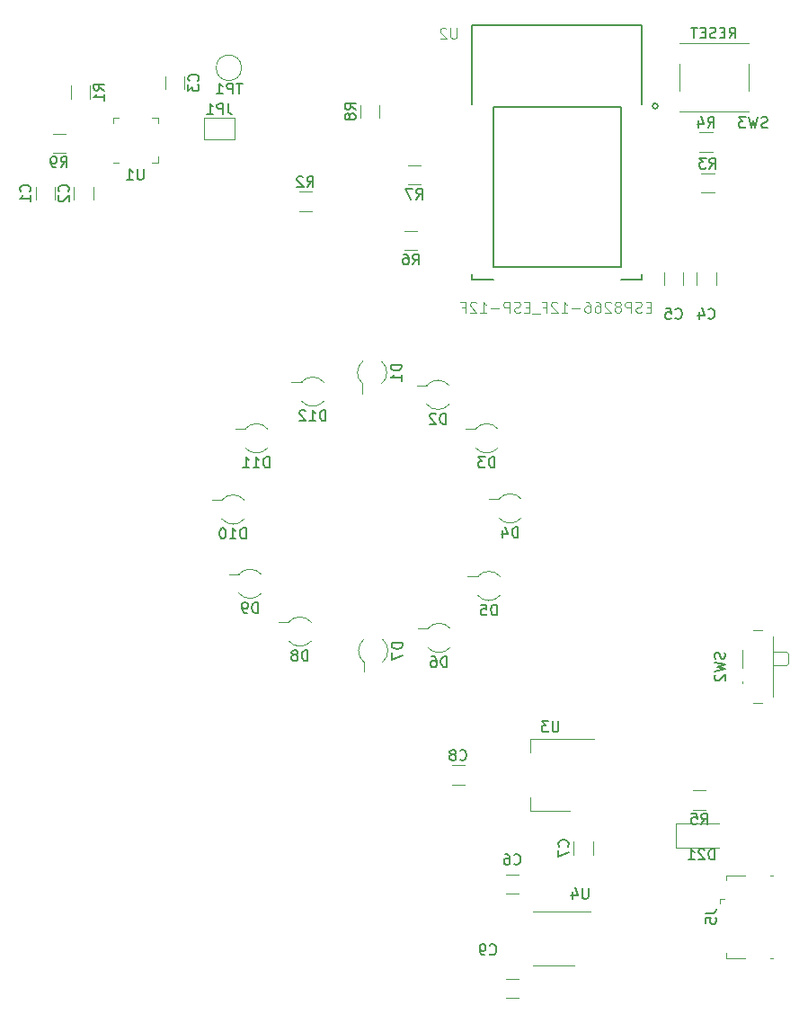
<source format=gbr>
G04 #@! TF.GenerationSoftware,KiCad,Pcbnew,(5.1.4)-1*
G04 #@! TF.CreationDate,2020-06-27T18:01:36-05:00*
G04 #@! TF.ProjectId,8266-dev,38323636-2d64-4657-962e-6b696361645f,rev?*
G04 #@! TF.SameCoordinates,Original*
G04 #@! TF.FileFunction,Legend,Bot*
G04 #@! TF.FilePolarity,Positive*
%FSLAX46Y46*%
G04 Gerber Fmt 4.6, Leading zero omitted, Abs format (unit mm)*
G04 Created by KiCad (PCBNEW (5.1.4)-1) date 2020-06-27 18:01:36*
%MOMM*%
%LPD*%
G04 APERTURE LIST*
%ADD10C,0.120000*%
%ADD11C,0.127000*%
%ADD12C,0.150000*%
%ADD13C,0.050000*%
G04 APERTURE END LIST*
D10*
X126031342Y-82477765D02*
G75*
G03X128150000Y-82500000I1068658J877765D01*
G01*
X128168658Y-80722235D02*
G75*
G03X126050000Y-80700000I-1068658J-877765D01*
G01*
X125100000Y-80700000D02*
X126050000Y-80700000D01*
X133577765Y-80868658D02*
G75*
G03X133600000Y-78750000I-877765J1068658D01*
G01*
X131822235Y-78731342D02*
G75*
G03X131800000Y-80850000I877765J-1068658D01*
G01*
X131800000Y-81800000D02*
X131800000Y-80850000D01*
X137831342Y-82777765D02*
G75*
G03X139950000Y-82800000I1068658J877765D01*
G01*
X139968658Y-81022235D02*
G75*
G03X137850000Y-81000000I-1068658J-877765D01*
G01*
X136900000Y-81000000D02*
X137850000Y-81000000D01*
X142431342Y-86877765D02*
G75*
G03X144550000Y-86900000I1068658J877765D01*
G01*
X144568658Y-85122235D02*
G75*
G03X142450000Y-85100000I-1068658J-877765D01*
G01*
X141500000Y-85100000D02*
X142450000Y-85100000D01*
X144631342Y-93477765D02*
G75*
G03X146750000Y-93500000I1068658J877765D01*
G01*
X146768658Y-91722235D02*
G75*
G03X144650000Y-91700000I-1068658J-877765D01*
G01*
X143700000Y-91700000D02*
X144650000Y-91700000D01*
X142631342Y-100777765D02*
G75*
G03X144750000Y-100800000I1068658J877765D01*
G01*
X144768658Y-99022235D02*
G75*
G03X142650000Y-99000000I-1068658J-877765D01*
G01*
X141700000Y-99000000D02*
X142650000Y-99000000D01*
X137931342Y-105677765D02*
G75*
G03X140050000Y-105700000I1068658J877765D01*
G01*
X140068658Y-103922235D02*
G75*
G03X137950000Y-103900000I-1068658J-877765D01*
G01*
X137000000Y-103900000D02*
X137950000Y-103900000D01*
X133677765Y-107068658D02*
G75*
G03X133700000Y-104950000I-877765J1068658D01*
G01*
X131922235Y-104931342D02*
G75*
G03X131900000Y-107050000I877765J-1068658D01*
G01*
X131900000Y-108000000D02*
X131900000Y-107050000D01*
X124831342Y-105077765D02*
G75*
G03X126950000Y-105100000I1068658J877765D01*
G01*
X126968658Y-103322235D02*
G75*
G03X124850000Y-103300000I-1068658J-877765D01*
G01*
X123900000Y-103300000D02*
X124850000Y-103300000D01*
X120131342Y-100577765D02*
G75*
G03X122250000Y-100600000I1068658J877765D01*
G01*
X122268658Y-98822235D02*
G75*
G03X120150000Y-98800000I-1068658J-877765D01*
G01*
X119200000Y-98800000D02*
X120150000Y-98800000D01*
X118531342Y-93577765D02*
G75*
G03X120650000Y-93600000I1068658J877765D01*
G01*
X120668658Y-91822235D02*
G75*
G03X118550000Y-91800000I-1068658J-877765D01*
G01*
X117600000Y-91800000D02*
X118550000Y-91800000D01*
X120731342Y-86877765D02*
G75*
G03X122850000Y-86900000I1068658J877765D01*
G01*
X122868658Y-85122235D02*
G75*
G03X120750000Y-85100000I-1068658J-877765D01*
G01*
X119800000Y-85100000D02*
X120750000Y-85100000D01*
D11*
X159613220Y-54696580D02*
G75*
G03X159613220Y-54696580I-250000J0D01*
G01*
X142113220Y-71071580D02*
X144113220Y-71071580D01*
X142113220Y-70571580D02*
X142113220Y-71071580D01*
X158113220Y-71071580D02*
X156113220Y-71071580D01*
X158113220Y-70571580D02*
X158113220Y-71071580D01*
X142113220Y-47071580D02*
X142113220Y-54571580D01*
X158113220Y-47071580D02*
X142113220Y-47071580D01*
X158113220Y-54571580D02*
X158113220Y-47071580D01*
X156113220Y-69831580D02*
X156113220Y-54831580D01*
X144113220Y-69831580D02*
X156113220Y-69831580D01*
X144113220Y-54831580D02*
X144113220Y-69831580D01*
X156113220Y-54831580D02*
X144113220Y-54831580D01*
D10*
X104290000Y-54002064D02*
X104290000Y-52797936D01*
X106110000Y-54002064D02*
X106110000Y-52797936D01*
X119700000Y-55800000D02*
X116900000Y-55800000D01*
X116900000Y-55800000D02*
X116900000Y-57800000D01*
X116900000Y-57800000D02*
X119700000Y-57800000D01*
X119700000Y-57800000D02*
X119700000Y-55800000D01*
X136097936Y-60290000D02*
X137302064Y-60290000D01*
X136097936Y-62110000D02*
X137302064Y-62110000D01*
X133410000Y-54597936D02*
X133410000Y-55802064D01*
X131590000Y-54597936D02*
X131590000Y-55802064D01*
X102597936Y-57290000D02*
X103802064Y-57290000D01*
X102597936Y-59110000D02*
X103802064Y-59110000D01*
X102810000Y-62297936D02*
X102810000Y-63502064D01*
X100990000Y-62297936D02*
X100990000Y-63502064D01*
X106410000Y-62297936D02*
X106410000Y-63502064D01*
X104590000Y-62297936D02*
X104590000Y-63502064D01*
X169420000Y-110950000D02*
X168630000Y-110950000D01*
X168630000Y-104050000D02*
X169420000Y-104050000D01*
X167580000Y-105900000D02*
X167580000Y-107600000D01*
X170430000Y-104650000D02*
X170430000Y-110350000D01*
X171720000Y-107400000D02*
X170430000Y-107400000D01*
X171930000Y-106300000D02*
X171930000Y-107200000D01*
X170430000Y-106100000D02*
X171720000Y-106100000D01*
X171720000Y-107400000D02*
X171930000Y-107200000D01*
X171720000Y-106100000D02*
X171930000Y-106300000D01*
X167580000Y-108900000D02*
X167580000Y-109100000D01*
X120400000Y-51100000D02*
G75*
G03X120400000Y-51100000I-1200000J0D01*
G01*
X108840000Y-60010000D02*
X108290000Y-60010000D01*
X112510000Y-55790000D02*
X112510000Y-56340000D01*
X111960000Y-55790000D02*
X112510000Y-55790000D01*
X108290000Y-55790000D02*
X108290000Y-56340000D01*
X108840000Y-55790000D02*
X108290000Y-55790000D01*
X112510000Y-60010000D02*
X112510000Y-59460000D01*
X111960000Y-60010000D02*
X112510000Y-60010000D01*
X113190000Y-53102064D02*
X113190000Y-51897936D01*
X115010000Y-53102064D02*
X115010000Y-51897936D01*
X161670000Y-48770000D02*
X168130000Y-48770000D01*
X161670000Y-53300000D02*
X161670000Y-50700000D01*
X161670000Y-55230000D02*
X168130000Y-55230000D01*
X168130000Y-53300000D02*
X168130000Y-50700000D01*
X161670000Y-55200000D02*
X161670000Y-55230000D01*
X161670000Y-48770000D02*
X161670000Y-48800000D01*
X168130000Y-48770000D02*
X168130000Y-48800000D01*
X168130000Y-55230000D02*
X168130000Y-55200000D01*
X146502064Y-136890000D02*
X145297936Y-136890000D01*
X146502064Y-138710000D02*
X145297936Y-138710000D01*
X163290000Y-70331656D02*
X163290000Y-71535784D01*
X165110000Y-70331656D02*
X165110000Y-71535784D01*
X164755304Y-57178180D02*
X163551176Y-57178180D01*
X164755304Y-58998180D02*
X163551176Y-58998180D01*
X164922944Y-62871680D02*
X163718816Y-62871680D01*
X164922944Y-61051680D02*
X163718816Y-61051680D01*
X127002064Y-64610000D02*
X125797936Y-64610000D01*
X127002064Y-62790000D02*
X125797936Y-62790000D01*
X135754576Y-68285100D02*
X136958704Y-68285100D01*
X135754576Y-66465100D02*
X136958704Y-66465100D01*
X160190000Y-70376916D02*
X160190000Y-71581044D01*
X162010000Y-70376916D02*
X162010000Y-71581044D01*
X166019500Y-127142600D02*
X166019500Y-127592600D01*
X167869500Y-127142600D02*
X166019500Y-127142600D01*
X170419500Y-134942600D02*
X170169500Y-134942600D01*
X170419500Y-127142600D02*
X170169500Y-127142600D01*
X167869500Y-134942600D02*
X166019500Y-134942600D01*
X166019500Y-134942600D02*
X166019500Y-134492600D01*
X165469500Y-129342600D02*
X165469500Y-129792600D01*
X165469500Y-129342600D02*
X165919500Y-129342600D01*
X149805900Y-135650600D02*
X147855900Y-135650600D01*
X149805900Y-135650600D02*
X151755900Y-135650600D01*
X149805900Y-130530600D02*
X147855900Y-130530600D01*
X149805900Y-130530600D02*
X153255900Y-130530600D01*
X165346781Y-124536839D02*
X161286781Y-124536839D01*
X161286781Y-124536839D02*
X161286781Y-122266839D01*
X161286781Y-122266839D02*
X165346781Y-122266839D01*
X162929717Y-120971839D02*
X164133845Y-120971839D01*
X162929717Y-119151839D02*
X164133845Y-119151839D01*
X145297936Y-128910000D02*
X146502064Y-128910000D01*
X145297936Y-127090000D02*
X146502064Y-127090000D01*
X141402064Y-118610000D02*
X140197936Y-118610000D01*
X141402064Y-116790000D02*
X140197936Y-116790000D01*
X147590000Y-121110000D02*
X147590000Y-119850000D01*
X147590000Y-114290000D02*
X147590000Y-115550000D01*
X151350000Y-121110000D02*
X147590000Y-121110000D01*
X153600000Y-114290000D02*
X147590000Y-114290000D01*
X151690000Y-123997936D02*
X151690000Y-125202064D01*
X153510000Y-123997936D02*
X153510000Y-125202064D01*
D12*
X128314285Y-84352380D02*
X128314285Y-83352380D01*
X128076190Y-83352380D01*
X127933333Y-83400000D01*
X127838095Y-83495238D01*
X127790476Y-83590476D01*
X127742857Y-83780952D01*
X127742857Y-83923809D01*
X127790476Y-84114285D01*
X127838095Y-84209523D01*
X127933333Y-84304761D01*
X128076190Y-84352380D01*
X128314285Y-84352380D01*
X126790476Y-84352380D02*
X127361904Y-84352380D01*
X127076190Y-84352380D02*
X127076190Y-83352380D01*
X127171428Y-83495238D01*
X127266666Y-83590476D01*
X127361904Y-83638095D01*
X126409523Y-83447619D02*
X126361904Y-83400000D01*
X126266666Y-83352380D01*
X126028571Y-83352380D01*
X125933333Y-83400000D01*
X125885714Y-83447619D01*
X125838095Y-83542857D01*
X125838095Y-83638095D01*
X125885714Y-83780952D01*
X126457142Y-84352380D01*
X125838095Y-84352380D01*
X135452380Y-79061904D02*
X134452380Y-79061904D01*
X134452380Y-79300000D01*
X134500000Y-79442857D01*
X134595238Y-79538095D01*
X134690476Y-79585714D01*
X134880952Y-79633333D01*
X135023809Y-79633333D01*
X135214285Y-79585714D01*
X135309523Y-79538095D01*
X135404761Y-79442857D01*
X135452380Y-79300000D01*
X135452380Y-79061904D01*
X135452380Y-80585714D02*
X135452380Y-80014285D01*
X135452380Y-80300000D02*
X134452380Y-80300000D01*
X134595238Y-80204761D01*
X134690476Y-80109523D01*
X134738095Y-80014285D01*
X139638095Y-84652380D02*
X139638095Y-83652380D01*
X139400000Y-83652380D01*
X139257142Y-83700000D01*
X139161904Y-83795238D01*
X139114285Y-83890476D01*
X139066666Y-84080952D01*
X139066666Y-84223809D01*
X139114285Y-84414285D01*
X139161904Y-84509523D01*
X139257142Y-84604761D01*
X139400000Y-84652380D01*
X139638095Y-84652380D01*
X138685714Y-83747619D02*
X138638095Y-83700000D01*
X138542857Y-83652380D01*
X138304761Y-83652380D01*
X138209523Y-83700000D01*
X138161904Y-83747619D01*
X138114285Y-83842857D01*
X138114285Y-83938095D01*
X138161904Y-84080952D01*
X138733333Y-84652380D01*
X138114285Y-84652380D01*
X144238095Y-88752380D02*
X144238095Y-87752380D01*
X144000000Y-87752380D01*
X143857142Y-87800000D01*
X143761904Y-87895238D01*
X143714285Y-87990476D01*
X143666666Y-88180952D01*
X143666666Y-88323809D01*
X143714285Y-88514285D01*
X143761904Y-88609523D01*
X143857142Y-88704761D01*
X144000000Y-88752380D01*
X144238095Y-88752380D01*
X143333333Y-87752380D02*
X142714285Y-87752380D01*
X143047619Y-88133333D01*
X142904761Y-88133333D01*
X142809523Y-88180952D01*
X142761904Y-88228571D01*
X142714285Y-88323809D01*
X142714285Y-88561904D01*
X142761904Y-88657142D01*
X142809523Y-88704761D01*
X142904761Y-88752380D01*
X143190476Y-88752380D01*
X143285714Y-88704761D01*
X143333333Y-88657142D01*
X146438095Y-95352380D02*
X146438095Y-94352380D01*
X146200000Y-94352380D01*
X146057142Y-94400000D01*
X145961904Y-94495238D01*
X145914285Y-94590476D01*
X145866666Y-94780952D01*
X145866666Y-94923809D01*
X145914285Y-95114285D01*
X145961904Y-95209523D01*
X146057142Y-95304761D01*
X146200000Y-95352380D01*
X146438095Y-95352380D01*
X145009523Y-94685714D02*
X145009523Y-95352380D01*
X145247619Y-94304761D02*
X145485714Y-95019047D01*
X144866666Y-95019047D01*
X144438095Y-102652380D02*
X144438095Y-101652380D01*
X144200000Y-101652380D01*
X144057142Y-101700000D01*
X143961904Y-101795238D01*
X143914285Y-101890476D01*
X143866666Y-102080952D01*
X143866666Y-102223809D01*
X143914285Y-102414285D01*
X143961904Y-102509523D01*
X144057142Y-102604761D01*
X144200000Y-102652380D01*
X144438095Y-102652380D01*
X142961904Y-101652380D02*
X143438095Y-101652380D01*
X143485714Y-102128571D01*
X143438095Y-102080952D01*
X143342857Y-102033333D01*
X143104761Y-102033333D01*
X143009523Y-102080952D01*
X142961904Y-102128571D01*
X142914285Y-102223809D01*
X142914285Y-102461904D01*
X142961904Y-102557142D01*
X143009523Y-102604761D01*
X143104761Y-102652380D01*
X143342857Y-102652380D01*
X143438095Y-102604761D01*
X143485714Y-102557142D01*
X139738095Y-107552380D02*
X139738095Y-106552380D01*
X139500000Y-106552380D01*
X139357142Y-106600000D01*
X139261904Y-106695238D01*
X139214285Y-106790476D01*
X139166666Y-106980952D01*
X139166666Y-107123809D01*
X139214285Y-107314285D01*
X139261904Y-107409523D01*
X139357142Y-107504761D01*
X139500000Y-107552380D01*
X139738095Y-107552380D01*
X138309523Y-106552380D02*
X138500000Y-106552380D01*
X138595238Y-106600000D01*
X138642857Y-106647619D01*
X138738095Y-106790476D01*
X138785714Y-106980952D01*
X138785714Y-107361904D01*
X138738095Y-107457142D01*
X138690476Y-107504761D01*
X138595238Y-107552380D01*
X138404761Y-107552380D01*
X138309523Y-107504761D01*
X138261904Y-107457142D01*
X138214285Y-107361904D01*
X138214285Y-107123809D01*
X138261904Y-107028571D01*
X138309523Y-106980952D01*
X138404761Y-106933333D01*
X138595238Y-106933333D01*
X138690476Y-106980952D01*
X138738095Y-107028571D01*
X138785714Y-107123809D01*
X135552380Y-105261904D02*
X134552380Y-105261904D01*
X134552380Y-105500000D01*
X134600000Y-105642857D01*
X134695238Y-105738095D01*
X134790476Y-105785714D01*
X134980952Y-105833333D01*
X135123809Y-105833333D01*
X135314285Y-105785714D01*
X135409523Y-105738095D01*
X135504761Y-105642857D01*
X135552380Y-105500000D01*
X135552380Y-105261904D01*
X134552380Y-106166666D02*
X134552380Y-106833333D01*
X135552380Y-106404761D01*
X126638095Y-106952380D02*
X126638095Y-105952380D01*
X126400000Y-105952380D01*
X126257142Y-106000000D01*
X126161904Y-106095238D01*
X126114285Y-106190476D01*
X126066666Y-106380952D01*
X126066666Y-106523809D01*
X126114285Y-106714285D01*
X126161904Y-106809523D01*
X126257142Y-106904761D01*
X126400000Y-106952380D01*
X126638095Y-106952380D01*
X125495238Y-106380952D02*
X125590476Y-106333333D01*
X125638095Y-106285714D01*
X125685714Y-106190476D01*
X125685714Y-106142857D01*
X125638095Y-106047619D01*
X125590476Y-106000000D01*
X125495238Y-105952380D01*
X125304761Y-105952380D01*
X125209523Y-106000000D01*
X125161904Y-106047619D01*
X125114285Y-106142857D01*
X125114285Y-106190476D01*
X125161904Y-106285714D01*
X125209523Y-106333333D01*
X125304761Y-106380952D01*
X125495238Y-106380952D01*
X125590476Y-106428571D01*
X125638095Y-106476190D01*
X125685714Y-106571428D01*
X125685714Y-106761904D01*
X125638095Y-106857142D01*
X125590476Y-106904761D01*
X125495238Y-106952380D01*
X125304761Y-106952380D01*
X125209523Y-106904761D01*
X125161904Y-106857142D01*
X125114285Y-106761904D01*
X125114285Y-106571428D01*
X125161904Y-106476190D01*
X125209523Y-106428571D01*
X125304761Y-106380952D01*
X121938095Y-102452380D02*
X121938095Y-101452380D01*
X121700000Y-101452380D01*
X121557142Y-101500000D01*
X121461904Y-101595238D01*
X121414285Y-101690476D01*
X121366666Y-101880952D01*
X121366666Y-102023809D01*
X121414285Y-102214285D01*
X121461904Y-102309523D01*
X121557142Y-102404761D01*
X121700000Y-102452380D01*
X121938095Y-102452380D01*
X120890476Y-102452380D02*
X120700000Y-102452380D01*
X120604761Y-102404761D01*
X120557142Y-102357142D01*
X120461904Y-102214285D01*
X120414285Y-102023809D01*
X120414285Y-101642857D01*
X120461904Y-101547619D01*
X120509523Y-101500000D01*
X120604761Y-101452380D01*
X120795238Y-101452380D01*
X120890476Y-101500000D01*
X120938095Y-101547619D01*
X120985714Y-101642857D01*
X120985714Y-101880952D01*
X120938095Y-101976190D01*
X120890476Y-102023809D01*
X120795238Y-102071428D01*
X120604761Y-102071428D01*
X120509523Y-102023809D01*
X120461904Y-101976190D01*
X120414285Y-101880952D01*
X120814285Y-95452380D02*
X120814285Y-94452380D01*
X120576190Y-94452380D01*
X120433333Y-94500000D01*
X120338095Y-94595238D01*
X120290476Y-94690476D01*
X120242857Y-94880952D01*
X120242857Y-95023809D01*
X120290476Y-95214285D01*
X120338095Y-95309523D01*
X120433333Y-95404761D01*
X120576190Y-95452380D01*
X120814285Y-95452380D01*
X119290476Y-95452380D02*
X119861904Y-95452380D01*
X119576190Y-95452380D02*
X119576190Y-94452380D01*
X119671428Y-94595238D01*
X119766666Y-94690476D01*
X119861904Y-94738095D01*
X118671428Y-94452380D02*
X118576190Y-94452380D01*
X118480952Y-94500000D01*
X118433333Y-94547619D01*
X118385714Y-94642857D01*
X118338095Y-94833333D01*
X118338095Y-95071428D01*
X118385714Y-95261904D01*
X118433333Y-95357142D01*
X118480952Y-95404761D01*
X118576190Y-95452380D01*
X118671428Y-95452380D01*
X118766666Y-95404761D01*
X118814285Y-95357142D01*
X118861904Y-95261904D01*
X118909523Y-95071428D01*
X118909523Y-94833333D01*
X118861904Y-94642857D01*
X118814285Y-94547619D01*
X118766666Y-94500000D01*
X118671428Y-94452380D01*
X123014285Y-88752380D02*
X123014285Y-87752380D01*
X122776190Y-87752380D01*
X122633333Y-87800000D01*
X122538095Y-87895238D01*
X122490476Y-87990476D01*
X122442857Y-88180952D01*
X122442857Y-88323809D01*
X122490476Y-88514285D01*
X122538095Y-88609523D01*
X122633333Y-88704761D01*
X122776190Y-88752380D01*
X123014285Y-88752380D01*
X121490476Y-88752380D02*
X122061904Y-88752380D01*
X121776190Y-88752380D02*
X121776190Y-87752380D01*
X121871428Y-87895238D01*
X121966666Y-87990476D01*
X122061904Y-88038095D01*
X120538095Y-88752380D02*
X121109523Y-88752380D01*
X120823809Y-88752380D02*
X120823809Y-87752380D01*
X120919047Y-87895238D01*
X121014285Y-87990476D01*
X121109523Y-88038095D01*
D13*
X140662491Y-47351959D02*
X140662491Y-48162106D01*
X140614835Y-48257417D01*
X140567180Y-48305073D01*
X140471868Y-48352729D01*
X140281245Y-48352729D01*
X140185934Y-48305073D01*
X140138278Y-48257417D01*
X140090622Y-48162106D01*
X140090622Y-47351959D01*
X139661721Y-47447270D02*
X139614065Y-47399615D01*
X139518754Y-47351959D01*
X139280475Y-47351959D01*
X139185164Y-47399615D01*
X139137508Y-47447270D01*
X139089852Y-47542582D01*
X139089852Y-47637893D01*
X139137508Y-47780860D01*
X139709377Y-48352729D01*
X139089852Y-48352729D01*
X158955143Y-73628505D02*
X158621500Y-73628505D01*
X158478510Y-74152801D02*
X158955143Y-74152801D01*
X158955143Y-73151871D01*
X158478510Y-73151871D01*
X158097203Y-74105138D02*
X157954213Y-74152801D01*
X157715896Y-74152801D01*
X157620570Y-74105138D01*
X157572906Y-74057475D01*
X157525243Y-73962148D01*
X157525243Y-73866821D01*
X157572906Y-73771495D01*
X157620570Y-73723831D01*
X157715896Y-73676168D01*
X157906550Y-73628505D01*
X158001876Y-73580841D01*
X158049540Y-73533178D01*
X158097203Y-73437851D01*
X158097203Y-73342525D01*
X158049540Y-73247198D01*
X158001876Y-73199535D01*
X157906550Y-73151871D01*
X157668233Y-73151871D01*
X157525243Y-73199535D01*
X157096273Y-74152801D02*
X157096273Y-73151871D01*
X156714966Y-73151871D01*
X156619640Y-73199535D01*
X156571976Y-73247198D01*
X156524313Y-73342525D01*
X156524313Y-73485515D01*
X156571976Y-73580841D01*
X156619640Y-73628505D01*
X156714966Y-73676168D01*
X157096273Y-73676168D01*
X155952353Y-73580841D02*
X156047680Y-73533178D01*
X156095343Y-73485515D01*
X156143006Y-73390188D01*
X156143006Y-73342525D01*
X156095343Y-73247198D01*
X156047680Y-73199535D01*
X155952353Y-73151871D01*
X155761700Y-73151871D01*
X155666373Y-73199535D01*
X155618710Y-73247198D01*
X155571046Y-73342525D01*
X155571046Y-73390188D01*
X155618710Y-73485515D01*
X155666373Y-73533178D01*
X155761700Y-73580841D01*
X155952353Y-73580841D01*
X156047680Y-73628505D01*
X156095343Y-73676168D01*
X156143006Y-73771495D01*
X156143006Y-73962148D01*
X156095343Y-74057475D01*
X156047680Y-74105138D01*
X155952353Y-74152801D01*
X155761700Y-74152801D01*
X155666373Y-74105138D01*
X155618710Y-74057475D01*
X155571046Y-73962148D01*
X155571046Y-73771495D01*
X155618710Y-73676168D01*
X155666373Y-73628505D01*
X155761700Y-73580841D01*
X155189740Y-73247198D02*
X155142076Y-73199535D01*
X155046750Y-73151871D01*
X154808433Y-73151871D01*
X154713106Y-73199535D01*
X154665443Y-73247198D01*
X154617780Y-73342525D01*
X154617780Y-73437851D01*
X154665443Y-73580841D01*
X155237403Y-74152801D01*
X154617780Y-74152801D01*
X153759840Y-73151871D02*
X153950493Y-73151871D01*
X154045820Y-73199535D01*
X154093483Y-73247198D01*
X154188810Y-73390188D01*
X154236473Y-73580841D01*
X154236473Y-73962148D01*
X154188810Y-74057475D01*
X154141146Y-74105138D01*
X154045820Y-74152801D01*
X153855166Y-74152801D01*
X153759840Y-74105138D01*
X153712176Y-74057475D01*
X153664513Y-73962148D01*
X153664513Y-73723831D01*
X153712176Y-73628505D01*
X153759840Y-73580841D01*
X153855166Y-73533178D01*
X154045820Y-73533178D01*
X154141146Y-73580841D01*
X154188810Y-73628505D01*
X154236473Y-73723831D01*
X152806573Y-73151871D02*
X152997226Y-73151871D01*
X153092553Y-73199535D01*
X153140216Y-73247198D01*
X153235543Y-73390188D01*
X153283206Y-73580841D01*
X153283206Y-73962148D01*
X153235543Y-74057475D01*
X153187880Y-74105138D01*
X153092553Y-74152801D01*
X152901900Y-74152801D01*
X152806573Y-74105138D01*
X152758910Y-74057475D01*
X152711246Y-73962148D01*
X152711246Y-73723831D01*
X152758910Y-73628505D01*
X152806573Y-73580841D01*
X152901900Y-73533178D01*
X153092553Y-73533178D01*
X153187880Y-73580841D01*
X153235543Y-73628505D01*
X153283206Y-73723831D01*
X152282276Y-73771495D02*
X151519663Y-73771495D01*
X150518733Y-74152801D02*
X151090693Y-74152801D01*
X150804713Y-74152801D02*
X150804713Y-73151871D01*
X150900040Y-73294861D01*
X150995366Y-73390188D01*
X151090693Y-73437851D01*
X150137426Y-73247198D02*
X150089763Y-73199535D01*
X149994436Y-73151871D01*
X149756120Y-73151871D01*
X149660793Y-73199535D01*
X149613130Y-73247198D01*
X149565466Y-73342525D01*
X149565466Y-73437851D01*
X149613130Y-73580841D01*
X150185090Y-74152801D01*
X149565466Y-74152801D01*
X148802853Y-73628505D02*
X149136496Y-73628505D01*
X149136496Y-74152801D02*
X149136496Y-73151871D01*
X148659863Y-73151871D01*
X148516873Y-74248128D02*
X147754260Y-74248128D01*
X147515943Y-73628505D02*
X147182300Y-73628505D01*
X147039310Y-74152801D02*
X147515943Y-74152801D01*
X147515943Y-73151871D01*
X147039310Y-73151871D01*
X146658003Y-74105138D02*
X146515013Y-74152801D01*
X146276696Y-74152801D01*
X146181370Y-74105138D01*
X146133706Y-74057475D01*
X146086043Y-73962148D01*
X146086043Y-73866821D01*
X146133706Y-73771495D01*
X146181370Y-73723831D01*
X146276696Y-73676168D01*
X146467350Y-73628505D01*
X146562676Y-73580841D01*
X146610340Y-73533178D01*
X146658003Y-73437851D01*
X146658003Y-73342525D01*
X146610340Y-73247198D01*
X146562676Y-73199535D01*
X146467350Y-73151871D01*
X146229033Y-73151871D01*
X146086043Y-73199535D01*
X145657073Y-74152801D02*
X145657073Y-73151871D01*
X145275766Y-73151871D01*
X145180440Y-73199535D01*
X145132776Y-73247198D01*
X145085113Y-73342525D01*
X145085113Y-73485515D01*
X145132776Y-73580841D01*
X145180440Y-73628505D01*
X145275766Y-73676168D01*
X145657073Y-73676168D01*
X144656143Y-73771495D02*
X143893530Y-73771495D01*
X142892600Y-74152801D02*
X143464560Y-74152801D01*
X143178580Y-74152801D02*
X143178580Y-73151871D01*
X143273906Y-73294861D01*
X143369233Y-73390188D01*
X143464560Y-73437851D01*
X142511293Y-73247198D02*
X142463630Y-73199535D01*
X142368303Y-73151871D01*
X142129986Y-73151871D01*
X142034660Y-73199535D01*
X141986996Y-73247198D01*
X141939333Y-73342525D01*
X141939333Y-73437851D01*
X141986996Y-73580841D01*
X142558956Y-74152801D01*
X141939333Y-74152801D01*
X141176720Y-73628505D02*
X141510363Y-73628505D01*
X141510363Y-74152801D02*
X141510363Y-73151871D01*
X141033730Y-73151871D01*
D12*
X107472380Y-53233333D02*
X106996190Y-52900000D01*
X107472380Y-52661904D02*
X106472380Y-52661904D01*
X106472380Y-53042857D01*
X106520000Y-53138095D01*
X106567619Y-53185714D01*
X106662857Y-53233333D01*
X106805714Y-53233333D01*
X106900952Y-53185714D01*
X106948571Y-53138095D01*
X106996190Y-53042857D01*
X106996190Y-52661904D01*
X107472380Y-54185714D02*
X107472380Y-53614285D01*
X107472380Y-53900000D02*
X106472380Y-53900000D01*
X106615238Y-53804761D01*
X106710476Y-53709523D01*
X106758095Y-53614285D01*
X119133333Y-54452380D02*
X119133333Y-55166666D01*
X119180952Y-55309523D01*
X119276190Y-55404761D01*
X119419047Y-55452380D01*
X119514285Y-55452380D01*
X118657142Y-55452380D02*
X118657142Y-54452380D01*
X118276190Y-54452380D01*
X118180952Y-54500000D01*
X118133333Y-54547619D01*
X118085714Y-54642857D01*
X118085714Y-54785714D01*
X118133333Y-54880952D01*
X118180952Y-54928571D01*
X118276190Y-54976190D01*
X118657142Y-54976190D01*
X117133333Y-55452380D02*
X117704761Y-55452380D01*
X117419047Y-55452380D02*
X117419047Y-54452380D01*
X117514285Y-54595238D01*
X117609523Y-54690476D01*
X117704761Y-54738095D01*
X136866666Y-63472380D02*
X137200000Y-62996190D01*
X137438095Y-63472380D02*
X137438095Y-62472380D01*
X137057142Y-62472380D01*
X136961904Y-62520000D01*
X136914285Y-62567619D01*
X136866666Y-62662857D01*
X136866666Y-62805714D01*
X136914285Y-62900952D01*
X136961904Y-62948571D01*
X137057142Y-62996190D01*
X137438095Y-62996190D01*
X136533333Y-62472380D02*
X135866666Y-62472380D01*
X136295238Y-63472380D01*
X131132380Y-55033333D02*
X130656190Y-54700000D01*
X131132380Y-54461904D02*
X130132380Y-54461904D01*
X130132380Y-54842857D01*
X130180000Y-54938095D01*
X130227619Y-54985714D01*
X130322857Y-55033333D01*
X130465714Y-55033333D01*
X130560952Y-54985714D01*
X130608571Y-54938095D01*
X130656190Y-54842857D01*
X130656190Y-54461904D01*
X130560952Y-55604761D02*
X130513333Y-55509523D01*
X130465714Y-55461904D01*
X130370476Y-55414285D01*
X130322857Y-55414285D01*
X130227619Y-55461904D01*
X130180000Y-55509523D01*
X130132380Y-55604761D01*
X130132380Y-55795238D01*
X130180000Y-55890476D01*
X130227619Y-55938095D01*
X130322857Y-55985714D01*
X130370476Y-55985714D01*
X130465714Y-55938095D01*
X130513333Y-55890476D01*
X130560952Y-55795238D01*
X130560952Y-55604761D01*
X130608571Y-55509523D01*
X130656190Y-55461904D01*
X130751428Y-55414285D01*
X130941904Y-55414285D01*
X131037142Y-55461904D01*
X131084761Y-55509523D01*
X131132380Y-55604761D01*
X131132380Y-55795238D01*
X131084761Y-55890476D01*
X131037142Y-55938095D01*
X130941904Y-55985714D01*
X130751428Y-55985714D01*
X130656190Y-55938095D01*
X130608571Y-55890476D01*
X130560952Y-55795238D01*
X103366666Y-60472380D02*
X103700000Y-59996190D01*
X103938095Y-60472380D02*
X103938095Y-59472380D01*
X103557142Y-59472380D01*
X103461904Y-59520000D01*
X103414285Y-59567619D01*
X103366666Y-59662857D01*
X103366666Y-59805714D01*
X103414285Y-59900952D01*
X103461904Y-59948571D01*
X103557142Y-59996190D01*
X103938095Y-59996190D01*
X102890476Y-60472380D02*
X102700000Y-60472380D01*
X102604761Y-60424761D01*
X102557142Y-60377142D01*
X102461904Y-60234285D01*
X102414285Y-60043809D01*
X102414285Y-59662857D01*
X102461904Y-59567619D01*
X102509523Y-59520000D01*
X102604761Y-59472380D01*
X102795238Y-59472380D01*
X102890476Y-59520000D01*
X102938095Y-59567619D01*
X102985714Y-59662857D01*
X102985714Y-59900952D01*
X102938095Y-59996190D01*
X102890476Y-60043809D01*
X102795238Y-60091428D01*
X102604761Y-60091428D01*
X102509523Y-60043809D01*
X102461904Y-59996190D01*
X102414285Y-59900952D01*
X100437142Y-62733333D02*
X100484761Y-62685714D01*
X100532380Y-62542857D01*
X100532380Y-62447619D01*
X100484761Y-62304761D01*
X100389523Y-62209523D01*
X100294285Y-62161904D01*
X100103809Y-62114285D01*
X99960952Y-62114285D01*
X99770476Y-62161904D01*
X99675238Y-62209523D01*
X99580000Y-62304761D01*
X99532380Y-62447619D01*
X99532380Y-62542857D01*
X99580000Y-62685714D01*
X99627619Y-62733333D01*
X100532380Y-63685714D02*
X100532380Y-63114285D01*
X100532380Y-63400000D02*
X99532380Y-63400000D01*
X99675238Y-63304761D01*
X99770476Y-63209523D01*
X99818095Y-63114285D01*
X104037142Y-62733333D02*
X104084761Y-62685714D01*
X104132380Y-62542857D01*
X104132380Y-62447619D01*
X104084761Y-62304761D01*
X103989523Y-62209523D01*
X103894285Y-62161904D01*
X103703809Y-62114285D01*
X103560952Y-62114285D01*
X103370476Y-62161904D01*
X103275238Y-62209523D01*
X103180000Y-62304761D01*
X103132380Y-62447619D01*
X103132380Y-62542857D01*
X103180000Y-62685714D01*
X103227619Y-62733333D01*
X103227619Y-63114285D02*
X103180000Y-63161904D01*
X103132380Y-63257142D01*
X103132380Y-63495238D01*
X103180000Y-63590476D01*
X103227619Y-63638095D01*
X103322857Y-63685714D01*
X103418095Y-63685714D01*
X103560952Y-63638095D01*
X104132380Y-63066666D01*
X104132380Y-63685714D01*
X165904761Y-106166666D02*
X165952380Y-106309523D01*
X165952380Y-106547619D01*
X165904761Y-106642857D01*
X165857142Y-106690476D01*
X165761904Y-106738095D01*
X165666666Y-106738095D01*
X165571428Y-106690476D01*
X165523809Y-106642857D01*
X165476190Y-106547619D01*
X165428571Y-106357142D01*
X165380952Y-106261904D01*
X165333333Y-106214285D01*
X165238095Y-106166666D01*
X165142857Y-106166666D01*
X165047619Y-106214285D01*
X165000000Y-106261904D01*
X164952380Y-106357142D01*
X164952380Y-106595238D01*
X165000000Y-106738095D01*
X164952380Y-107071428D02*
X165952380Y-107309523D01*
X165238095Y-107500000D01*
X165952380Y-107690476D01*
X164952380Y-107928571D01*
X165047619Y-108261904D02*
X165000000Y-108309523D01*
X164952380Y-108404761D01*
X164952380Y-108642857D01*
X165000000Y-108738095D01*
X165047619Y-108785714D01*
X165142857Y-108833333D01*
X165238095Y-108833333D01*
X165380952Y-108785714D01*
X165952380Y-108214285D01*
X165952380Y-108833333D01*
X120461904Y-52550380D02*
X119890476Y-52550380D01*
X120176190Y-53550380D02*
X120176190Y-52550380D01*
X119557142Y-53550380D02*
X119557142Y-52550380D01*
X119176190Y-52550380D01*
X119080952Y-52598000D01*
X119033333Y-52645619D01*
X118985714Y-52740857D01*
X118985714Y-52883714D01*
X119033333Y-52978952D01*
X119080952Y-53026571D01*
X119176190Y-53074190D01*
X119557142Y-53074190D01*
X118033333Y-53550380D02*
X118604761Y-53550380D01*
X118319047Y-53550380D02*
X118319047Y-52550380D01*
X118414285Y-52693238D01*
X118509523Y-52788476D01*
X118604761Y-52836095D01*
X111161904Y-60652380D02*
X111161904Y-61461904D01*
X111114285Y-61557142D01*
X111066666Y-61604761D01*
X110971428Y-61652380D01*
X110780952Y-61652380D01*
X110685714Y-61604761D01*
X110638095Y-61557142D01*
X110590476Y-61461904D01*
X110590476Y-60652380D01*
X109590476Y-61652380D02*
X110161904Y-61652380D01*
X109876190Y-61652380D02*
X109876190Y-60652380D01*
X109971428Y-60795238D01*
X110066666Y-60890476D01*
X110161904Y-60938095D01*
X116277142Y-52333333D02*
X116324761Y-52285714D01*
X116372380Y-52142857D01*
X116372380Y-52047619D01*
X116324761Y-51904761D01*
X116229523Y-51809523D01*
X116134285Y-51761904D01*
X115943809Y-51714285D01*
X115800952Y-51714285D01*
X115610476Y-51761904D01*
X115515238Y-51809523D01*
X115420000Y-51904761D01*
X115372380Y-52047619D01*
X115372380Y-52142857D01*
X115420000Y-52285714D01*
X115467619Y-52333333D01*
X115372380Y-52666666D02*
X115372380Y-53285714D01*
X115753333Y-52952380D01*
X115753333Y-53095238D01*
X115800952Y-53190476D01*
X115848571Y-53238095D01*
X115943809Y-53285714D01*
X116181904Y-53285714D01*
X116277142Y-53238095D01*
X116324761Y-53190476D01*
X116372380Y-53095238D01*
X116372380Y-52809523D01*
X116324761Y-52714285D01*
X116277142Y-52666666D01*
X169933333Y-56704761D02*
X169790476Y-56752380D01*
X169552380Y-56752380D01*
X169457142Y-56704761D01*
X169409523Y-56657142D01*
X169361904Y-56561904D01*
X169361904Y-56466666D01*
X169409523Y-56371428D01*
X169457142Y-56323809D01*
X169552380Y-56276190D01*
X169742857Y-56228571D01*
X169838095Y-56180952D01*
X169885714Y-56133333D01*
X169933333Y-56038095D01*
X169933333Y-55942857D01*
X169885714Y-55847619D01*
X169838095Y-55800000D01*
X169742857Y-55752380D01*
X169504761Y-55752380D01*
X169361904Y-55800000D01*
X169028571Y-55752380D02*
X168790476Y-56752380D01*
X168600000Y-56038095D01*
X168409523Y-56752380D01*
X168171428Y-55752380D01*
X167885714Y-55752380D02*
X167266666Y-55752380D01*
X167600000Y-56133333D01*
X167457142Y-56133333D01*
X167361904Y-56180952D01*
X167314285Y-56228571D01*
X167266666Y-56323809D01*
X167266666Y-56561904D01*
X167314285Y-56657142D01*
X167361904Y-56704761D01*
X167457142Y-56752380D01*
X167742857Y-56752380D01*
X167838095Y-56704761D01*
X167885714Y-56657142D01*
X166352380Y-48302380D02*
X166685714Y-47826190D01*
X166923809Y-48302380D02*
X166923809Y-47302380D01*
X166542857Y-47302380D01*
X166447619Y-47350000D01*
X166400000Y-47397619D01*
X166352380Y-47492857D01*
X166352380Y-47635714D01*
X166400000Y-47730952D01*
X166447619Y-47778571D01*
X166542857Y-47826190D01*
X166923809Y-47826190D01*
X165923809Y-47778571D02*
X165590476Y-47778571D01*
X165447619Y-48302380D02*
X165923809Y-48302380D01*
X165923809Y-47302380D01*
X165447619Y-47302380D01*
X165066666Y-48254761D02*
X164923809Y-48302380D01*
X164685714Y-48302380D01*
X164590476Y-48254761D01*
X164542857Y-48207142D01*
X164495238Y-48111904D01*
X164495238Y-48016666D01*
X164542857Y-47921428D01*
X164590476Y-47873809D01*
X164685714Y-47826190D01*
X164876190Y-47778571D01*
X164971428Y-47730952D01*
X165019047Y-47683333D01*
X165066666Y-47588095D01*
X165066666Y-47492857D01*
X165019047Y-47397619D01*
X164971428Y-47350000D01*
X164876190Y-47302380D01*
X164638095Y-47302380D01*
X164495238Y-47350000D01*
X164066666Y-47778571D02*
X163733333Y-47778571D01*
X163590476Y-48302380D02*
X164066666Y-48302380D01*
X164066666Y-47302380D01*
X163590476Y-47302380D01*
X163304761Y-47302380D02*
X162733333Y-47302380D01*
X163019047Y-48302380D02*
X163019047Y-47302380D01*
X143766666Y-134557142D02*
X143814285Y-134604761D01*
X143957142Y-134652380D01*
X144052380Y-134652380D01*
X144195238Y-134604761D01*
X144290476Y-134509523D01*
X144338095Y-134414285D01*
X144385714Y-134223809D01*
X144385714Y-134080952D01*
X144338095Y-133890476D01*
X144290476Y-133795238D01*
X144195238Y-133700000D01*
X144052380Y-133652380D01*
X143957142Y-133652380D01*
X143814285Y-133700000D01*
X143766666Y-133747619D01*
X143290476Y-134652380D02*
X143100000Y-134652380D01*
X143004761Y-134604761D01*
X142957142Y-134557142D01*
X142861904Y-134414285D01*
X142814285Y-134223809D01*
X142814285Y-133842857D01*
X142861904Y-133747619D01*
X142909523Y-133700000D01*
X143004761Y-133652380D01*
X143195238Y-133652380D01*
X143290476Y-133700000D01*
X143338095Y-133747619D01*
X143385714Y-133842857D01*
X143385714Y-134080952D01*
X143338095Y-134176190D01*
X143290476Y-134223809D01*
X143195238Y-134271428D01*
X143004761Y-134271428D01*
X142909523Y-134223809D01*
X142861904Y-134176190D01*
X142814285Y-134080952D01*
X164366666Y-74657142D02*
X164414285Y-74704761D01*
X164557142Y-74752380D01*
X164652380Y-74752380D01*
X164795238Y-74704761D01*
X164890476Y-74609523D01*
X164938095Y-74514285D01*
X164985714Y-74323809D01*
X164985714Y-74180952D01*
X164938095Y-73990476D01*
X164890476Y-73895238D01*
X164795238Y-73800000D01*
X164652380Y-73752380D01*
X164557142Y-73752380D01*
X164414285Y-73800000D01*
X164366666Y-73847619D01*
X163509523Y-74085714D02*
X163509523Y-74752380D01*
X163747619Y-73704761D02*
X163985714Y-74419047D01*
X163366666Y-74419047D01*
X164319906Y-56720560D02*
X164653240Y-56244370D01*
X164891335Y-56720560D02*
X164891335Y-55720560D01*
X164510382Y-55720560D01*
X164415144Y-55768180D01*
X164367525Y-55815799D01*
X164319906Y-55911037D01*
X164319906Y-56053894D01*
X164367525Y-56149132D01*
X164415144Y-56196751D01*
X164510382Y-56244370D01*
X164891335Y-56244370D01*
X163462763Y-56053894D02*
X163462763Y-56720560D01*
X163700859Y-55672941D02*
X163938954Y-56387227D01*
X163319906Y-56387227D01*
X164487546Y-60594060D02*
X164820880Y-60117870D01*
X165058975Y-60594060D02*
X165058975Y-59594060D01*
X164678022Y-59594060D01*
X164582784Y-59641680D01*
X164535165Y-59689299D01*
X164487546Y-59784537D01*
X164487546Y-59927394D01*
X164535165Y-60022632D01*
X164582784Y-60070251D01*
X164678022Y-60117870D01*
X165058975Y-60117870D01*
X164154213Y-59594060D02*
X163535165Y-59594060D01*
X163868499Y-59975013D01*
X163725641Y-59975013D01*
X163630403Y-60022632D01*
X163582784Y-60070251D01*
X163535165Y-60165489D01*
X163535165Y-60403584D01*
X163582784Y-60498822D01*
X163630403Y-60546441D01*
X163725641Y-60594060D01*
X164011356Y-60594060D01*
X164106594Y-60546441D01*
X164154213Y-60498822D01*
X126566666Y-62332380D02*
X126900000Y-61856190D01*
X127138095Y-62332380D02*
X127138095Y-61332380D01*
X126757142Y-61332380D01*
X126661904Y-61380000D01*
X126614285Y-61427619D01*
X126566666Y-61522857D01*
X126566666Y-61665714D01*
X126614285Y-61760952D01*
X126661904Y-61808571D01*
X126757142Y-61856190D01*
X127138095Y-61856190D01*
X126185714Y-61427619D02*
X126138095Y-61380000D01*
X126042857Y-61332380D01*
X125804761Y-61332380D01*
X125709523Y-61380000D01*
X125661904Y-61427619D01*
X125614285Y-61522857D01*
X125614285Y-61618095D01*
X125661904Y-61760952D01*
X126233333Y-62332380D01*
X125614285Y-62332380D01*
X136523306Y-69647480D02*
X136856640Y-69171290D01*
X137094735Y-69647480D02*
X137094735Y-68647480D01*
X136713782Y-68647480D01*
X136618544Y-68695100D01*
X136570925Y-68742719D01*
X136523306Y-68837957D01*
X136523306Y-68980814D01*
X136570925Y-69076052D01*
X136618544Y-69123671D01*
X136713782Y-69171290D01*
X137094735Y-69171290D01*
X135666163Y-68647480D02*
X135856640Y-68647480D01*
X135951878Y-68695100D01*
X135999497Y-68742719D01*
X136094735Y-68885576D01*
X136142354Y-69076052D01*
X136142354Y-69457004D01*
X136094735Y-69552242D01*
X136047116Y-69599861D01*
X135951878Y-69647480D01*
X135761401Y-69647480D01*
X135666163Y-69599861D01*
X135618544Y-69552242D01*
X135570925Y-69457004D01*
X135570925Y-69218909D01*
X135618544Y-69123671D01*
X135666163Y-69076052D01*
X135761401Y-69028433D01*
X135951878Y-69028433D01*
X136047116Y-69076052D01*
X136094735Y-69123671D01*
X136142354Y-69218909D01*
X161266666Y-74657142D02*
X161314285Y-74704761D01*
X161457142Y-74752380D01*
X161552380Y-74752380D01*
X161695238Y-74704761D01*
X161790476Y-74609523D01*
X161838095Y-74514285D01*
X161885714Y-74323809D01*
X161885714Y-74180952D01*
X161838095Y-73990476D01*
X161790476Y-73895238D01*
X161695238Y-73800000D01*
X161552380Y-73752380D01*
X161457142Y-73752380D01*
X161314285Y-73800000D01*
X161266666Y-73847619D01*
X160361904Y-73752380D02*
X160838095Y-73752380D01*
X160885714Y-74228571D01*
X160838095Y-74180952D01*
X160742857Y-74133333D01*
X160504761Y-74133333D01*
X160409523Y-74180952D01*
X160361904Y-74228571D01*
X160314285Y-74323809D01*
X160314285Y-74561904D01*
X160361904Y-74657142D01*
X160409523Y-74704761D01*
X160504761Y-74752380D01*
X160742857Y-74752380D01*
X160838095Y-74704761D01*
X160885714Y-74657142D01*
X164121880Y-130709266D02*
X164836166Y-130709266D01*
X164979023Y-130661647D01*
X165074261Y-130566409D01*
X165121880Y-130423552D01*
X165121880Y-130328314D01*
X164121880Y-131661647D02*
X164121880Y-131185457D01*
X164598071Y-131137838D01*
X164550452Y-131185457D01*
X164502833Y-131280695D01*
X164502833Y-131518790D01*
X164550452Y-131614028D01*
X164598071Y-131661647D01*
X164693309Y-131709266D01*
X164931404Y-131709266D01*
X165026642Y-131661647D01*
X165074261Y-131614028D01*
X165121880Y-131518790D01*
X165121880Y-131280695D01*
X165074261Y-131185457D01*
X165026642Y-131137838D01*
X153061904Y-128352380D02*
X153061904Y-129161904D01*
X153014285Y-129257142D01*
X152966666Y-129304761D01*
X152871428Y-129352380D01*
X152680952Y-129352380D01*
X152585714Y-129304761D01*
X152538095Y-129257142D01*
X152490476Y-129161904D01*
X152490476Y-128352380D01*
X151585714Y-128685714D02*
X151585714Y-129352380D01*
X151823809Y-128304761D02*
X152061904Y-129019047D01*
X151442857Y-129019047D01*
X164961066Y-125674219D02*
X164961066Y-124674219D01*
X164722971Y-124674219D01*
X164580114Y-124721839D01*
X164484876Y-124817077D01*
X164437257Y-124912315D01*
X164389638Y-125102791D01*
X164389638Y-125245648D01*
X164437257Y-125436124D01*
X164484876Y-125531362D01*
X164580114Y-125626600D01*
X164722971Y-125674219D01*
X164961066Y-125674219D01*
X164008685Y-124769458D02*
X163961066Y-124721839D01*
X163865828Y-124674219D01*
X163627733Y-124674219D01*
X163532495Y-124721839D01*
X163484876Y-124769458D01*
X163437257Y-124864696D01*
X163437257Y-124959934D01*
X163484876Y-125102791D01*
X164056304Y-125674219D01*
X163437257Y-125674219D01*
X162484876Y-125674219D02*
X163056304Y-125674219D01*
X162770590Y-125674219D02*
X162770590Y-124674219D01*
X162865828Y-124817077D01*
X162961066Y-124912315D01*
X163056304Y-124959934D01*
X163698447Y-122334219D02*
X164031781Y-121858029D01*
X164269876Y-122334219D02*
X164269876Y-121334219D01*
X163888923Y-121334219D01*
X163793685Y-121381839D01*
X163746066Y-121429458D01*
X163698447Y-121524696D01*
X163698447Y-121667553D01*
X163746066Y-121762791D01*
X163793685Y-121810410D01*
X163888923Y-121858029D01*
X164269876Y-121858029D01*
X162793685Y-121334219D02*
X163269876Y-121334219D01*
X163317495Y-121810410D01*
X163269876Y-121762791D01*
X163174638Y-121715172D01*
X162936542Y-121715172D01*
X162841304Y-121762791D01*
X162793685Y-121810410D01*
X162746066Y-121905648D01*
X162746066Y-122143743D01*
X162793685Y-122238981D01*
X162841304Y-122286600D01*
X162936542Y-122334219D01*
X163174638Y-122334219D01*
X163269876Y-122286600D01*
X163317495Y-122238981D01*
X146066666Y-126057142D02*
X146114285Y-126104761D01*
X146257142Y-126152380D01*
X146352380Y-126152380D01*
X146495238Y-126104761D01*
X146590476Y-126009523D01*
X146638095Y-125914285D01*
X146685714Y-125723809D01*
X146685714Y-125580952D01*
X146638095Y-125390476D01*
X146590476Y-125295238D01*
X146495238Y-125200000D01*
X146352380Y-125152380D01*
X146257142Y-125152380D01*
X146114285Y-125200000D01*
X146066666Y-125247619D01*
X145209523Y-125152380D02*
X145400000Y-125152380D01*
X145495238Y-125200000D01*
X145542857Y-125247619D01*
X145638095Y-125390476D01*
X145685714Y-125580952D01*
X145685714Y-125961904D01*
X145638095Y-126057142D01*
X145590476Y-126104761D01*
X145495238Y-126152380D01*
X145304761Y-126152380D01*
X145209523Y-126104761D01*
X145161904Y-126057142D01*
X145114285Y-125961904D01*
X145114285Y-125723809D01*
X145161904Y-125628571D01*
X145209523Y-125580952D01*
X145304761Y-125533333D01*
X145495238Y-125533333D01*
X145590476Y-125580952D01*
X145638095Y-125628571D01*
X145685714Y-125723809D01*
X140966666Y-116237142D02*
X141014285Y-116284761D01*
X141157142Y-116332380D01*
X141252380Y-116332380D01*
X141395238Y-116284761D01*
X141490476Y-116189523D01*
X141538095Y-116094285D01*
X141585714Y-115903809D01*
X141585714Y-115760952D01*
X141538095Y-115570476D01*
X141490476Y-115475238D01*
X141395238Y-115380000D01*
X141252380Y-115332380D01*
X141157142Y-115332380D01*
X141014285Y-115380000D01*
X140966666Y-115427619D01*
X140395238Y-115760952D02*
X140490476Y-115713333D01*
X140538095Y-115665714D01*
X140585714Y-115570476D01*
X140585714Y-115522857D01*
X140538095Y-115427619D01*
X140490476Y-115380000D01*
X140395238Y-115332380D01*
X140204761Y-115332380D01*
X140109523Y-115380000D01*
X140061904Y-115427619D01*
X140014285Y-115522857D01*
X140014285Y-115570476D01*
X140061904Y-115665714D01*
X140109523Y-115713333D01*
X140204761Y-115760952D01*
X140395238Y-115760952D01*
X140490476Y-115808571D01*
X140538095Y-115856190D01*
X140585714Y-115951428D01*
X140585714Y-116141904D01*
X140538095Y-116237142D01*
X140490476Y-116284761D01*
X140395238Y-116332380D01*
X140204761Y-116332380D01*
X140109523Y-116284761D01*
X140061904Y-116237142D01*
X140014285Y-116141904D01*
X140014285Y-115951428D01*
X140061904Y-115856190D01*
X140109523Y-115808571D01*
X140204761Y-115760952D01*
X150261904Y-112652380D02*
X150261904Y-113461904D01*
X150214285Y-113557142D01*
X150166666Y-113604761D01*
X150071428Y-113652380D01*
X149880952Y-113652380D01*
X149785714Y-113604761D01*
X149738095Y-113557142D01*
X149690476Y-113461904D01*
X149690476Y-112652380D01*
X149309523Y-112652380D02*
X148690476Y-112652380D01*
X149023809Y-113033333D01*
X148880952Y-113033333D01*
X148785714Y-113080952D01*
X148738095Y-113128571D01*
X148690476Y-113223809D01*
X148690476Y-113461904D01*
X148738095Y-113557142D01*
X148785714Y-113604761D01*
X148880952Y-113652380D01*
X149166666Y-113652380D01*
X149261904Y-113604761D01*
X149309523Y-113557142D01*
X151137142Y-124433333D02*
X151184761Y-124385714D01*
X151232380Y-124242857D01*
X151232380Y-124147619D01*
X151184761Y-124004761D01*
X151089523Y-123909523D01*
X150994285Y-123861904D01*
X150803809Y-123814285D01*
X150660952Y-123814285D01*
X150470476Y-123861904D01*
X150375238Y-123909523D01*
X150280000Y-124004761D01*
X150232380Y-124147619D01*
X150232380Y-124242857D01*
X150280000Y-124385714D01*
X150327619Y-124433333D01*
X150232380Y-124766666D02*
X150232380Y-125433333D01*
X151232380Y-125004761D01*
M02*

</source>
